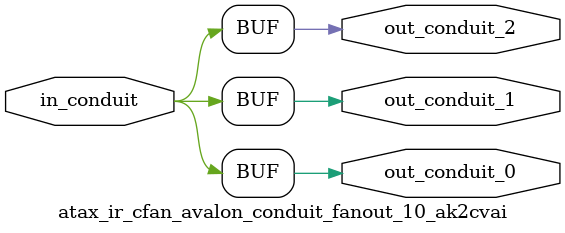
<source format=sv>


 


// --------------------------------------------------------------------------------
//| Avalon Conduit Fan-Out
// --------------------------------------------------------------------------------

// ------------------------------------------
// Generation parameters:
//   output_name:       atax_ir_cfan_avalon_conduit_fanout_10_ak2cvai
//   numFanOut:         3
//   
// ------------------------------------------

module atax_ir_cfan_avalon_conduit_fanout_10_ak2cvai (     

// Interface: out_conduit_0
 output                    out_conduit_0,
// Interface: out_conduit_1
 output                    out_conduit_1,
// Interface: out_conduit_2
 output                    out_conduit_2,

// Interface: in_conduit
 input                   in_conduit

);

   assign  out_conduit_0 = in_conduit;
   assign  out_conduit_1 = in_conduit;
   assign  out_conduit_2 = in_conduit;

endmodule //


</source>
